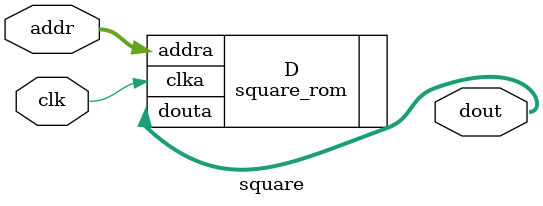
<source format=v>
`timescale 1ns / 1ps

module square(
        input clk,
        input [11:0] addr,
        output [7:0] dout     
    );
square_rom D
      (
        .clka(clk),
        .addra(addr),
        .douta(dout)
      );      
endmodule

</source>
